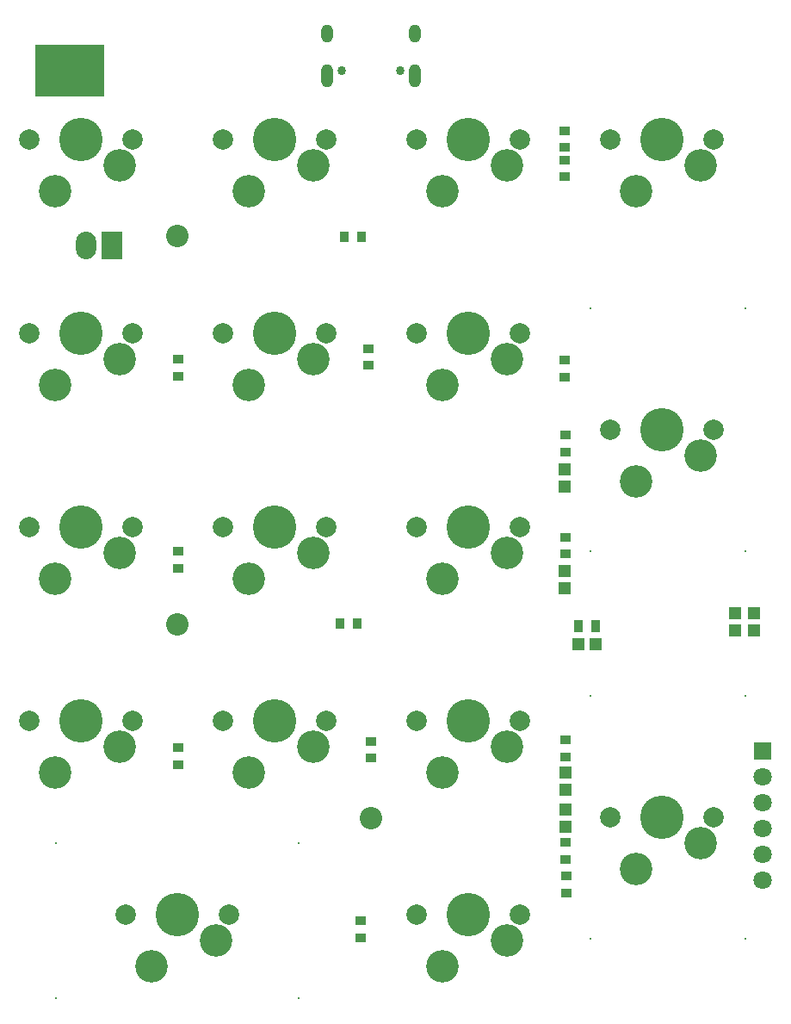
<source format=gts>
G04*
G04 #@! TF.GenerationSoftware,Altium Limited,Altium Designer,20.1.8 (145)*
G04*
G04 Layer_Color=8388736*
%FSLAX25Y25*%
%MOIN*%
G70*
G04*
G04 #@! TF.SameCoordinates,F81AAEC3-6A38-4882-98ED-ECA9077A9C2D*
G04*
G04*
G04 #@! TF.FilePolarity,Negative*
G04*
G01*
G75*
%ADD22R,0.26500X0.19900*%
%ADD23R,0.04737X0.05131*%
%ADD24R,0.05131X0.04737*%
%ADD25R,0.04343X0.03556*%
%ADD26R,0.03556X0.04343*%
%ADD27R,0.03556X0.04737*%
%ADD28C,0.07887*%
%ADD29C,0.12611*%
%ADD30C,0.16800*%
%ADD31R,0.07887X0.10642*%
%ADD32O,0.07887X0.10642*%
%ADD33O,0.04737X0.07099*%
%ADD34O,0.04737X0.09068*%
%ADD35C,0.03398*%
%ADD36C,0.07099*%
%ADD37C,0.08674*%
%ADD38C,0.00800*%
%ADD39R,0.07099X0.07099*%
D22*
X111950Y442950D02*
D03*
D23*
X304000Y157046D02*
D03*
Y150354D02*
D03*
Y164453D02*
D03*
Y171147D02*
D03*
X303800Y249147D02*
D03*
Y242454D02*
D03*
X303600Y288546D02*
D03*
Y281854D02*
D03*
X369600Y233047D02*
D03*
Y226354D02*
D03*
X377100Y226254D02*
D03*
Y232946D02*
D03*
D24*
X308854Y220800D02*
D03*
X315546D02*
D03*
D25*
X304127Y262400D02*
D03*
Y255800D02*
D03*
X303827Y301800D02*
D03*
Y295200D02*
D03*
X303727Y331000D02*
D03*
Y324400D02*
D03*
X303700Y401800D02*
D03*
Y408400D02*
D03*
X304100Y144300D02*
D03*
Y137700D02*
D03*
X304200Y124600D02*
D03*
Y131200D02*
D03*
X304100Y177200D02*
D03*
Y183800D02*
D03*
X224800Y113800D02*
D03*
Y107200D02*
D03*
X153927Y174400D02*
D03*
Y181000D02*
D03*
X228500Y183400D02*
D03*
Y176800D02*
D03*
X153900Y256900D02*
D03*
Y250300D02*
D03*
X303600Y413100D02*
D03*
Y419700D02*
D03*
X227600Y335400D02*
D03*
Y328800D02*
D03*
X153900Y324500D02*
D03*
Y331100D02*
D03*
D26*
X218300Y378700D02*
D03*
X224900D02*
D03*
X216800Y228900D02*
D03*
X223400D02*
D03*
D27*
X309053Y227799D02*
D03*
X315746D02*
D03*
D28*
X321237Y153742D02*
D03*
X361237D02*
D03*
Y303743D02*
D03*
X321237D02*
D03*
X171237Y341243D02*
D03*
X211237D02*
D03*
X96237Y266243D02*
D03*
X136237D02*
D03*
X171237D02*
D03*
X211237D02*
D03*
X246237Y116243D02*
D03*
X286237D02*
D03*
X171237Y191242D02*
D03*
X211237D02*
D03*
X246237Y266243D02*
D03*
X286237D02*
D03*
X286237Y416243D02*
D03*
X246237D02*
D03*
X96238D02*
D03*
X136238D02*
D03*
X211237D02*
D03*
X171237D02*
D03*
X133738Y116243D02*
D03*
X173738D02*
D03*
X361237Y416243D02*
D03*
X321237D02*
D03*
X286237Y341243D02*
D03*
X246237D02*
D03*
X136211Y341293D02*
D03*
X96211D02*
D03*
X286237Y191242D02*
D03*
X246237D02*
D03*
X136237Y191243D02*
D03*
X96237D02*
D03*
D29*
X331237Y133742D02*
D03*
X356237Y143742D02*
D03*
Y293743D02*
D03*
X331237Y283743D02*
D03*
X181237Y321243D02*
D03*
X206237Y331243D02*
D03*
X106237Y246243D02*
D03*
X131237Y256243D02*
D03*
X181237Y246243D02*
D03*
X206237Y256243D02*
D03*
X256237Y96242D02*
D03*
X281237Y106243D02*
D03*
X181237Y171242D02*
D03*
X206237Y181242D02*
D03*
X256237Y246243D02*
D03*
X281237Y256243D02*
D03*
X281237Y406243D02*
D03*
X256237Y396243D02*
D03*
X106238D02*
D03*
X131238Y406243D02*
D03*
X206237D02*
D03*
X181237Y396243D02*
D03*
X143738Y96242D02*
D03*
X168738Y106243D02*
D03*
X356237Y406243D02*
D03*
X331237Y396243D02*
D03*
X281237Y331243D02*
D03*
X256237Y321243D02*
D03*
X131211Y331293D02*
D03*
X106211Y321293D02*
D03*
X281237Y181242D02*
D03*
X256237Y171242D02*
D03*
X131237Y181243D02*
D03*
X106237Y171243D02*
D03*
D30*
X341237Y153742D02*
D03*
Y303743D02*
D03*
X191237Y341243D02*
D03*
X116237Y266243D02*
D03*
X191237D02*
D03*
X266237Y116243D02*
D03*
X191237Y191242D02*
D03*
X266237Y266243D02*
D03*
X266237Y416243D02*
D03*
X116238D02*
D03*
X191237D02*
D03*
X153738Y116243D02*
D03*
X341237Y416243D02*
D03*
X266237Y341243D02*
D03*
X116211Y341293D02*
D03*
X266237Y191242D02*
D03*
X116237Y191243D02*
D03*
D31*
X128400Y375300D02*
D03*
D32*
X118400D02*
D03*
D33*
X245716Y457400D02*
D03*
X211700D02*
D03*
D34*
X245716Y440943D02*
D03*
X211700D02*
D03*
D35*
X240086Y442912D02*
D03*
X217330D02*
D03*
D36*
X380400Y149700D02*
D03*
X380400Y139700D02*
D03*
X380400Y159700D02*
D03*
Y169700D02*
D03*
Y129700D02*
D03*
D37*
X153690Y378777D02*
D03*
X153700Y228700D02*
D03*
X228600Y153600D02*
D03*
D38*
X313737Y350743D02*
D03*
X373737Y256743D02*
D03*
X313737D02*
D03*
X373737Y350743D02*
D03*
X313737Y200742D02*
D03*
X373737Y106742D02*
D03*
X313737D02*
D03*
X373737Y200742D02*
D03*
X200737Y83743D02*
D03*
X106737Y143743D02*
D03*
Y83743D02*
D03*
X200737Y143743D02*
D03*
D39*
X380400Y179700D02*
D03*
M02*

</source>
